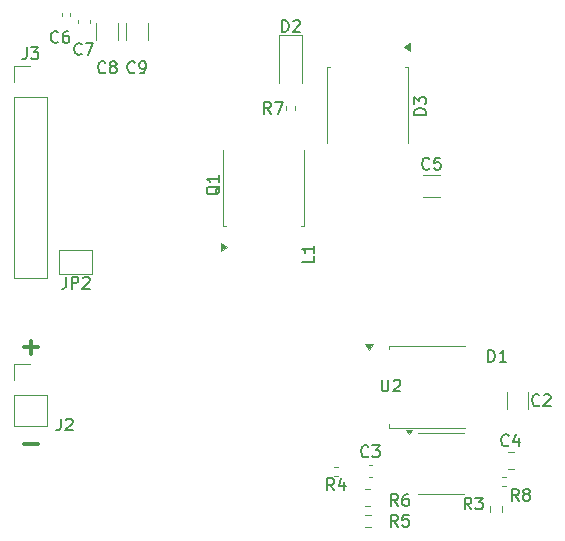
<source format=gto>
G04 #@! TF.GenerationSoftware,KiCad,Pcbnew,9.0.4*
G04 #@! TF.CreationDate,2025-09-01T18:14:39-04:00*
G04 #@! TF.ProjectId,power_supply_hat,706f7765-725f-4737-9570-706c795f6861,rev?*
G04 #@! TF.SameCoordinates,Original*
G04 #@! TF.FileFunction,Legend,Top*
G04 #@! TF.FilePolarity,Positive*
%FSLAX46Y46*%
G04 Gerber Fmt 4.6, Leading zero omitted, Abs format (unit mm)*
G04 Created by KiCad (PCBNEW 9.0.4) date 2025-09-01 18:14:39*
%MOMM*%
%LPD*%
G01*
G04 APERTURE LIST*
%ADD10C,0.300000*%
%ADD11C,0.150000*%
%ADD12C,0.120000*%
G04 APERTURE END LIST*
D10*
X101954510Y-80229400D02*
X103097368Y-80229400D01*
X102525939Y-80800828D02*
X102525939Y-79657971D01*
X101954510Y-88429400D02*
X103097368Y-88429400D01*
D11*
X133608333Y-95404819D02*
X133275000Y-94928628D01*
X133036905Y-95404819D02*
X133036905Y-94404819D01*
X133036905Y-94404819D02*
X133417857Y-94404819D01*
X133417857Y-94404819D02*
X133513095Y-94452438D01*
X133513095Y-94452438D02*
X133560714Y-94500057D01*
X133560714Y-94500057D02*
X133608333Y-94595295D01*
X133608333Y-94595295D02*
X133608333Y-94738152D01*
X133608333Y-94738152D02*
X133560714Y-94833390D01*
X133560714Y-94833390D02*
X133513095Y-94881009D01*
X133513095Y-94881009D02*
X133417857Y-94928628D01*
X133417857Y-94928628D02*
X133036905Y-94928628D01*
X134513095Y-94404819D02*
X134036905Y-94404819D01*
X134036905Y-94404819D02*
X133989286Y-94881009D01*
X133989286Y-94881009D02*
X134036905Y-94833390D01*
X134036905Y-94833390D02*
X134132143Y-94785771D01*
X134132143Y-94785771D02*
X134370238Y-94785771D01*
X134370238Y-94785771D02*
X134465476Y-94833390D01*
X134465476Y-94833390D02*
X134513095Y-94881009D01*
X134513095Y-94881009D02*
X134560714Y-94976247D01*
X134560714Y-94976247D02*
X134560714Y-95214342D01*
X134560714Y-95214342D02*
X134513095Y-95309580D01*
X134513095Y-95309580D02*
X134465476Y-95357200D01*
X134465476Y-95357200D02*
X134370238Y-95404819D01*
X134370238Y-95404819D02*
X134132143Y-95404819D01*
X134132143Y-95404819D02*
X134036905Y-95357200D01*
X134036905Y-95357200D02*
X133989286Y-95309580D01*
X105066666Y-86254819D02*
X105066666Y-86969104D01*
X105066666Y-86969104D02*
X105019047Y-87111961D01*
X105019047Y-87111961D02*
X104923809Y-87207200D01*
X104923809Y-87207200D02*
X104780952Y-87254819D01*
X104780952Y-87254819D02*
X104685714Y-87254819D01*
X105495238Y-86350057D02*
X105542857Y-86302438D01*
X105542857Y-86302438D02*
X105638095Y-86254819D01*
X105638095Y-86254819D02*
X105876190Y-86254819D01*
X105876190Y-86254819D02*
X105971428Y-86302438D01*
X105971428Y-86302438D02*
X106019047Y-86350057D01*
X106019047Y-86350057D02*
X106066666Y-86445295D01*
X106066666Y-86445295D02*
X106066666Y-86540533D01*
X106066666Y-86540533D02*
X106019047Y-86683390D01*
X106019047Y-86683390D02*
X105447619Y-87254819D01*
X105447619Y-87254819D02*
X106066666Y-87254819D01*
X104833333Y-54359580D02*
X104785714Y-54407200D01*
X104785714Y-54407200D02*
X104642857Y-54454819D01*
X104642857Y-54454819D02*
X104547619Y-54454819D01*
X104547619Y-54454819D02*
X104404762Y-54407200D01*
X104404762Y-54407200D02*
X104309524Y-54311961D01*
X104309524Y-54311961D02*
X104261905Y-54216723D01*
X104261905Y-54216723D02*
X104214286Y-54026247D01*
X104214286Y-54026247D02*
X104214286Y-53883390D01*
X104214286Y-53883390D02*
X104261905Y-53692914D01*
X104261905Y-53692914D02*
X104309524Y-53597676D01*
X104309524Y-53597676D02*
X104404762Y-53502438D01*
X104404762Y-53502438D02*
X104547619Y-53454819D01*
X104547619Y-53454819D02*
X104642857Y-53454819D01*
X104642857Y-53454819D02*
X104785714Y-53502438D01*
X104785714Y-53502438D02*
X104833333Y-53550057D01*
X105690476Y-53454819D02*
X105500000Y-53454819D01*
X105500000Y-53454819D02*
X105404762Y-53502438D01*
X105404762Y-53502438D02*
X105357143Y-53550057D01*
X105357143Y-53550057D02*
X105261905Y-53692914D01*
X105261905Y-53692914D02*
X105214286Y-53883390D01*
X105214286Y-53883390D02*
X105214286Y-54264342D01*
X105214286Y-54264342D02*
X105261905Y-54359580D01*
X105261905Y-54359580D02*
X105309524Y-54407200D01*
X105309524Y-54407200D02*
X105404762Y-54454819D01*
X105404762Y-54454819D02*
X105595238Y-54454819D01*
X105595238Y-54454819D02*
X105690476Y-54407200D01*
X105690476Y-54407200D02*
X105738095Y-54359580D01*
X105738095Y-54359580D02*
X105785714Y-54264342D01*
X105785714Y-54264342D02*
X105785714Y-54026247D01*
X105785714Y-54026247D02*
X105738095Y-53931009D01*
X105738095Y-53931009D02*
X105690476Y-53883390D01*
X105690476Y-53883390D02*
X105595238Y-53835771D01*
X105595238Y-53835771D02*
X105404762Y-53835771D01*
X105404762Y-53835771D02*
X105309524Y-53883390D01*
X105309524Y-53883390D02*
X105261905Y-53931009D01*
X105261905Y-53931009D02*
X105214286Y-54026247D01*
X143840833Y-93229819D02*
X143507500Y-92753628D01*
X143269405Y-93229819D02*
X143269405Y-92229819D01*
X143269405Y-92229819D02*
X143650357Y-92229819D01*
X143650357Y-92229819D02*
X143745595Y-92277438D01*
X143745595Y-92277438D02*
X143793214Y-92325057D01*
X143793214Y-92325057D02*
X143840833Y-92420295D01*
X143840833Y-92420295D02*
X143840833Y-92563152D01*
X143840833Y-92563152D02*
X143793214Y-92658390D01*
X143793214Y-92658390D02*
X143745595Y-92706009D01*
X143745595Y-92706009D02*
X143650357Y-92753628D01*
X143650357Y-92753628D02*
X143269405Y-92753628D01*
X144412262Y-92658390D02*
X144317024Y-92610771D01*
X144317024Y-92610771D02*
X144269405Y-92563152D01*
X144269405Y-92563152D02*
X144221786Y-92467914D01*
X144221786Y-92467914D02*
X144221786Y-92420295D01*
X144221786Y-92420295D02*
X144269405Y-92325057D01*
X144269405Y-92325057D02*
X144317024Y-92277438D01*
X144317024Y-92277438D02*
X144412262Y-92229819D01*
X144412262Y-92229819D02*
X144602738Y-92229819D01*
X144602738Y-92229819D02*
X144697976Y-92277438D01*
X144697976Y-92277438D02*
X144745595Y-92325057D01*
X144745595Y-92325057D02*
X144793214Y-92420295D01*
X144793214Y-92420295D02*
X144793214Y-92467914D01*
X144793214Y-92467914D02*
X144745595Y-92563152D01*
X144745595Y-92563152D02*
X144697976Y-92610771D01*
X144697976Y-92610771D02*
X144602738Y-92658390D01*
X144602738Y-92658390D02*
X144412262Y-92658390D01*
X144412262Y-92658390D02*
X144317024Y-92706009D01*
X144317024Y-92706009D02*
X144269405Y-92753628D01*
X144269405Y-92753628D02*
X144221786Y-92848866D01*
X144221786Y-92848866D02*
X144221786Y-93039342D01*
X144221786Y-93039342D02*
X144269405Y-93134580D01*
X144269405Y-93134580D02*
X144317024Y-93182200D01*
X144317024Y-93182200D02*
X144412262Y-93229819D01*
X144412262Y-93229819D02*
X144602738Y-93229819D01*
X144602738Y-93229819D02*
X144697976Y-93182200D01*
X144697976Y-93182200D02*
X144745595Y-93134580D01*
X144745595Y-93134580D02*
X144793214Y-93039342D01*
X144793214Y-93039342D02*
X144793214Y-92848866D01*
X144793214Y-92848866D02*
X144745595Y-92753628D01*
X144745595Y-92753628D02*
X144697976Y-92706009D01*
X144697976Y-92706009D02*
X144602738Y-92658390D01*
X108833333Y-56922080D02*
X108785714Y-56969700D01*
X108785714Y-56969700D02*
X108642857Y-57017319D01*
X108642857Y-57017319D02*
X108547619Y-57017319D01*
X108547619Y-57017319D02*
X108404762Y-56969700D01*
X108404762Y-56969700D02*
X108309524Y-56874461D01*
X108309524Y-56874461D02*
X108261905Y-56779223D01*
X108261905Y-56779223D02*
X108214286Y-56588747D01*
X108214286Y-56588747D02*
X108214286Y-56445890D01*
X108214286Y-56445890D02*
X108261905Y-56255414D01*
X108261905Y-56255414D02*
X108309524Y-56160176D01*
X108309524Y-56160176D02*
X108404762Y-56064938D01*
X108404762Y-56064938D02*
X108547619Y-56017319D01*
X108547619Y-56017319D02*
X108642857Y-56017319D01*
X108642857Y-56017319D02*
X108785714Y-56064938D01*
X108785714Y-56064938D02*
X108833333Y-56112557D01*
X109404762Y-56445890D02*
X109309524Y-56398271D01*
X109309524Y-56398271D02*
X109261905Y-56350652D01*
X109261905Y-56350652D02*
X109214286Y-56255414D01*
X109214286Y-56255414D02*
X109214286Y-56207795D01*
X109214286Y-56207795D02*
X109261905Y-56112557D01*
X109261905Y-56112557D02*
X109309524Y-56064938D01*
X109309524Y-56064938D02*
X109404762Y-56017319D01*
X109404762Y-56017319D02*
X109595238Y-56017319D01*
X109595238Y-56017319D02*
X109690476Y-56064938D01*
X109690476Y-56064938D02*
X109738095Y-56112557D01*
X109738095Y-56112557D02*
X109785714Y-56207795D01*
X109785714Y-56207795D02*
X109785714Y-56255414D01*
X109785714Y-56255414D02*
X109738095Y-56350652D01*
X109738095Y-56350652D02*
X109690476Y-56398271D01*
X109690476Y-56398271D02*
X109595238Y-56445890D01*
X109595238Y-56445890D02*
X109404762Y-56445890D01*
X109404762Y-56445890D02*
X109309524Y-56493509D01*
X109309524Y-56493509D02*
X109261905Y-56541128D01*
X109261905Y-56541128D02*
X109214286Y-56636366D01*
X109214286Y-56636366D02*
X109214286Y-56826842D01*
X109214286Y-56826842D02*
X109261905Y-56922080D01*
X109261905Y-56922080D02*
X109309524Y-56969700D01*
X109309524Y-56969700D02*
X109404762Y-57017319D01*
X109404762Y-57017319D02*
X109595238Y-57017319D01*
X109595238Y-57017319D02*
X109690476Y-56969700D01*
X109690476Y-56969700D02*
X109738095Y-56922080D01*
X109738095Y-56922080D02*
X109785714Y-56826842D01*
X109785714Y-56826842D02*
X109785714Y-56636366D01*
X109785714Y-56636366D02*
X109738095Y-56541128D01*
X109738095Y-56541128D02*
X109690476Y-56493509D01*
X109690476Y-56493509D02*
X109595238Y-56445890D01*
X122858333Y-60432319D02*
X122525000Y-59956128D01*
X122286905Y-60432319D02*
X122286905Y-59432319D01*
X122286905Y-59432319D02*
X122667857Y-59432319D01*
X122667857Y-59432319D02*
X122763095Y-59479938D01*
X122763095Y-59479938D02*
X122810714Y-59527557D01*
X122810714Y-59527557D02*
X122858333Y-59622795D01*
X122858333Y-59622795D02*
X122858333Y-59765652D01*
X122858333Y-59765652D02*
X122810714Y-59860890D01*
X122810714Y-59860890D02*
X122763095Y-59908509D01*
X122763095Y-59908509D02*
X122667857Y-59956128D01*
X122667857Y-59956128D02*
X122286905Y-59956128D01*
X123191667Y-59432319D02*
X123858333Y-59432319D01*
X123858333Y-59432319D02*
X123429762Y-60432319D01*
X142985833Y-88504580D02*
X142938214Y-88552200D01*
X142938214Y-88552200D02*
X142795357Y-88599819D01*
X142795357Y-88599819D02*
X142700119Y-88599819D01*
X142700119Y-88599819D02*
X142557262Y-88552200D01*
X142557262Y-88552200D02*
X142462024Y-88456961D01*
X142462024Y-88456961D02*
X142414405Y-88361723D01*
X142414405Y-88361723D02*
X142366786Y-88171247D01*
X142366786Y-88171247D02*
X142366786Y-88028390D01*
X142366786Y-88028390D02*
X142414405Y-87837914D01*
X142414405Y-87837914D02*
X142462024Y-87742676D01*
X142462024Y-87742676D02*
X142557262Y-87647438D01*
X142557262Y-87647438D02*
X142700119Y-87599819D01*
X142700119Y-87599819D02*
X142795357Y-87599819D01*
X142795357Y-87599819D02*
X142938214Y-87647438D01*
X142938214Y-87647438D02*
X142985833Y-87695057D01*
X143842976Y-87933152D02*
X143842976Y-88599819D01*
X143604881Y-87552200D02*
X143366786Y-88266485D01*
X143366786Y-88266485D02*
X143985833Y-88266485D01*
X141261905Y-81454819D02*
X141261905Y-80454819D01*
X141261905Y-80454819D02*
X141500000Y-80454819D01*
X141500000Y-80454819D02*
X141642857Y-80502438D01*
X141642857Y-80502438D02*
X141738095Y-80597676D01*
X141738095Y-80597676D02*
X141785714Y-80692914D01*
X141785714Y-80692914D02*
X141833333Y-80883390D01*
X141833333Y-80883390D02*
X141833333Y-81026247D01*
X141833333Y-81026247D02*
X141785714Y-81216723D01*
X141785714Y-81216723D02*
X141738095Y-81311961D01*
X141738095Y-81311961D02*
X141642857Y-81407200D01*
X141642857Y-81407200D02*
X141500000Y-81454819D01*
X141500000Y-81454819D02*
X141261905Y-81454819D01*
X142785714Y-81454819D02*
X142214286Y-81454819D01*
X142500000Y-81454819D02*
X142500000Y-80454819D01*
X142500000Y-80454819D02*
X142404762Y-80597676D01*
X142404762Y-80597676D02*
X142309524Y-80692914D01*
X142309524Y-80692914D02*
X142214286Y-80740533D01*
X123786905Y-53529819D02*
X123786905Y-52529819D01*
X123786905Y-52529819D02*
X124025000Y-52529819D01*
X124025000Y-52529819D02*
X124167857Y-52577438D01*
X124167857Y-52577438D02*
X124263095Y-52672676D01*
X124263095Y-52672676D02*
X124310714Y-52767914D01*
X124310714Y-52767914D02*
X124358333Y-52958390D01*
X124358333Y-52958390D02*
X124358333Y-53101247D01*
X124358333Y-53101247D02*
X124310714Y-53291723D01*
X124310714Y-53291723D02*
X124263095Y-53386961D01*
X124263095Y-53386961D02*
X124167857Y-53482200D01*
X124167857Y-53482200D02*
X124025000Y-53529819D01*
X124025000Y-53529819D02*
X123786905Y-53529819D01*
X124739286Y-52625057D02*
X124786905Y-52577438D01*
X124786905Y-52577438D02*
X124882143Y-52529819D01*
X124882143Y-52529819D02*
X125120238Y-52529819D01*
X125120238Y-52529819D02*
X125215476Y-52577438D01*
X125215476Y-52577438D02*
X125263095Y-52625057D01*
X125263095Y-52625057D02*
X125310714Y-52720295D01*
X125310714Y-52720295D02*
X125310714Y-52815533D01*
X125310714Y-52815533D02*
X125263095Y-52958390D01*
X125263095Y-52958390D02*
X124691667Y-53529819D01*
X124691667Y-53529819D02*
X125310714Y-53529819D01*
X131108333Y-89434580D02*
X131060714Y-89482200D01*
X131060714Y-89482200D02*
X130917857Y-89529819D01*
X130917857Y-89529819D02*
X130822619Y-89529819D01*
X130822619Y-89529819D02*
X130679762Y-89482200D01*
X130679762Y-89482200D02*
X130584524Y-89386961D01*
X130584524Y-89386961D02*
X130536905Y-89291723D01*
X130536905Y-89291723D02*
X130489286Y-89101247D01*
X130489286Y-89101247D02*
X130489286Y-88958390D01*
X130489286Y-88958390D02*
X130536905Y-88767914D01*
X130536905Y-88767914D02*
X130584524Y-88672676D01*
X130584524Y-88672676D02*
X130679762Y-88577438D01*
X130679762Y-88577438D02*
X130822619Y-88529819D01*
X130822619Y-88529819D02*
X130917857Y-88529819D01*
X130917857Y-88529819D02*
X131060714Y-88577438D01*
X131060714Y-88577438D02*
X131108333Y-88625057D01*
X131441667Y-88529819D02*
X132060714Y-88529819D01*
X132060714Y-88529819D02*
X131727381Y-88910771D01*
X131727381Y-88910771D02*
X131870238Y-88910771D01*
X131870238Y-88910771D02*
X131965476Y-88958390D01*
X131965476Y-88958390D02*
X132013095Y-89006009D01*
X132013095Y-89006009D02*
X132060714Y-89101247D01*
X132060714Y-89101247D02*
X132060714Y-89339342D01*
X132060714Y-89339342D02*
X132013095Y-89434580D01*
X132013095Y-89434580D02*
X131965476Y-89482200D01*
X131965476Y-89482200D02*
X131870238Y-89529819D01*
X131870238Y-89529819D02*
X131584524Y-89529819D01*
X131584524Y-89529819D02*
X131489286Y-89482200D01*
X131489286Y-89482200D02*
X131441667Y-89434580D01*
X126479819Y-72491666D02*
X126479819Y-72967856D01*
X126479819Y-72967856D02*
X125479819Y-72967856D01*
X126479819Y-71634523D02*
X126479819Y-72205951D01*
X126479819Y-71920237D02*
X125479819Y-71920237D01*
X125479819Y-71920237D02*
X125622676Y-72015475D01*
X125622676Y-72015475D02*
X125717914Y-72110713D01*
X125717914Y-72110713D02*
X125765533Y-72205951D01*
X106833333Y-55359580D02*
X106785714Y-55407200D01*
X106785714Y-55407200D02*
X106642857Y-55454819D01*
X106642857Y-55454819D02*
X106547619Y-55454819D01*
X106547619Y-55454819D02*
X106404762Y-55407200D01*
X106404762Y-55407200D02*
X106309524Y-55311961D01*
X106309524Y-55311961D02*
X106261905Y-55216723D01*
X106261905Y-55216723D02*
X106214286Y-55026247D01*
X106214286Y-55026247D02*
X106214286Y-54883390D01*
X106214286Y-54883390D02*
X106261905Y-54692914D01*
X106261905Y-54692914D02*
X106309524Y-54597676D01*
X106309524Y-54597676D02*
X106404762Y-54502438D01*
X106404762Y-54502438D02*
X106547619Y-54454819D01*
X106547619Y-54454819D02*
X106642857Y-54454819D01*
X106642857Y-54454819D02*
X106785714Y-54502438D01*
X106785714Y-54502438D02*
X106833333Y-54550057D01*
X107166667Y-54454819D02*
X107833333Y-54454819D01*
X107833333Y-54454819D02*
X107404762Y-55454819D01*
X135979819Y-60553094D02*
X134979819Y-60553094D01*
X134979819Y-60553094D02*
X134979819Y-60314999D01*
X134979819Y-60314999D02*
X135027438Y-60172142D01*
X135027438Y-60172142D02*
X135122676Y-60076904D01*
X135122676Y-60076904D02*
X135217914Y-60029285D01*
X135217914Y-60029285D02*
X135408390Y-59981666D01*
X135408390Y-59981666D02*
X135551247Y-59981666D01*
X135551247Y-59981666D02*
X135741723Y-60029285D01*
X135741723Y-60029285D02*
X135836961Y-60076904D01*
X135836961Y-60076904D02*
X135932200Y-60172142D01*
X135932200Y-60172142D02*
X135979819Y-60314999D01*
X135979819Y-60314999D02*
X135979819Y-60553094D01*
X134979819Y-59648332D02*
X134979819Y-59029285D01*
X134979819Y-59029285D02*
X135360771Y-59362618D01*
X135360771Y-59362618D02*
X135360771Y-59219761D01*
X135360771Y-59219761D02*
X135408390Y-59124523D01*
X135408390Y-59124523D02*
X135456009Y-59076904D01*
X135456009Y-59076904D02*
X135551247Y-59029285D01*
X135551247Y-59029285D02*
X135789342Y-59029285D01*
X135789342Y-59029285D02*
X135884580Y-59076904D01*
X135884580Y-59076904D02*
X135932200Y-59124523D01*
X135932200Y-59124523D02*
X135979819Y-59219761D01*
X135979819Y-59219761D02*
X135979819Y-59505475D01*
X135979819Y-59505475D02*
X135932200Y-59600713D01*
X135932200Y-59600713D02*
X135884580Y-59648332D01*
X118525057Y-66570238D02*
X118477438Y-66665476D01*
X118477438Y-66665476D02*
X118382200Y-66760714D01*
X118382200Y-66760714D02*
X118239342Y-66903571D01*
X118239342Y-66903571D02*
X118191723Y-66998809D01*
X118191723Y-66998809D02*
X118191723Y-67094047D01*
X118429819Y-67046428D02*
X118382200Y-67141666D01*
X118382200Y-67141666D02*
X118286961Y-67236904D01*
X118286961Y-67236904D02*
X118096485Y-67284523D01*
X118096485Y-67284523D02*
X117763152Y-67284523D01*
X117763152Y-67284523D02*
X117572676Y-67236904D01*
X117572676Y-67236904D02*
X117477438Y-67141666D01*
X117477438Y-67141666D02*
X117429819Y-67046428D01*
X117429819Y-67046428D02*
X117429819Y-66855952D01*
X117429819Y-66855952D02*
X117477438Y-66760714D01*
X117477438Y-66760714D02*
X117572676Y-66665476D01*
X117572676Y-66665476D02*
X117763152Y-66617857D01*
X117763152Y-66617857D02*
X118096485Y-66617857D01*
X118096485Y-66617857D02*
X118286961Y-66665476D01*
X118286961Y-66665476D02*
X118382200Y-66760714D01*
X118382200Y-66760714D02*
X118429819Y-66855952D01*
X118429819Y-66855952D02*
X118429819Y-67046428D01*
X118429819Y-65665476D02*
X118429819Y-66236904D01*
X118429819Y-65951190D02*
X117429819Y-65951190D01*
X117429819Y-65951190D02*
X117572676Y-66046428D01*
X117572676Y-66046428D02*
X117667914Y-66141666D01*
X117667914Y-66141666D02*
X117715533Y-66236904D01*
X105516666Y-74254819D02*
X105516666Y-74969104D01*
X105516666Y-74969104D02*
X105469047Y-75111961D01*
X105469047Y-75111961D02*
X105373809Y-75207200D01*
X105373809Y-75207200D02*
X105230952Y-75254819D01*
X105230952Y-75254819D02*
X105135714Y-75254819D01*
X105992857Y-75254819D02*
X105992857Y-74254819D01*
X105992857Y-74254819D02*
X106373809Y-74254819D01*
X106373809Y-74254819D02*
X106469047Y-74302438D01*
X106469047Y-74302438D02*
X106516666Y-74350057D01*
X106516666Y-74350057D02*
X106564285Y-74445295D01*
X106564285Y-74445295D02*
X106564285Y-74588152D01*
X106564285Y-74588152D02*
X106516666Y-74683390D01*
X106516666Y-74683390D02*
X106469047Y-74731009D01*
X106469047Y-74731009D02*
X106373809Y-74778628D01*
X106373809Y-74778628D02*
X105992857Y-74778628D01*
X106945238Y-74350057D02*
X106992857Y-74302438D01*
X106992857Y-74302438D02*
X107088095Y-74254819D01*
X107088095Y-74254819D02*
X107326190Y-74254819D01*
X107326190Y-74254819D02*
X107421428Y-74302438D01*
X107421428Y-74302438D02*
X107469047Y-74350057D01*
X107469047Y-74350057D02*
X107516666Y-74445295D01*
X107516666Y-74445295D02*
X107516666Y-74540533D01*
X107516666Y-74540533D02*
X107469047Y-74683390D01*
X107469047Y-74683390D02*
X106897619Y-75254819D01*
X106897619Y-75254819D02*
X107516666Y-75254819D01*
X102166666Y-54834819D02*
X102166666Y-55549104D01*
X102166666Y-55549104D02*
X102119047Y-55691961D01*
X102119047Y-55691961D02*
X102023809Y-55787200D01*
X102023809Y-55787200D02*
X101880952Y-55834819D01*
X101880952Y-55834819D02*
X101785714Y-55834819D01*
X102547619Y-54834819D02*
X103166666Y-54834819D01*
X103166666Y-54834819D02*
X102833333Y-55215771D01*
X102833333Y-55215771D02*
X102976190Y-55215771D01*
X102976190Y-55215771D02*
X103071428Y-55263390D01*
X103071428Y-55263390D02*
X103119047Y-55311009D01*
X103119047Y-55311009D02*
X103166666Y-55406247D01*
X103166666Y-55406247D02*
X103166666Y-55644342D01*
X103166666Y-55644342D02*
X103119047Y-55739580D01*
X103119047Y-55739580D02*
X103071428Y-55787200D01*
X103071428Y-55787200D02*
X102976190Y-55834819D01*
X102976190Y-55834819D02*
X102690476Y-55834819D01*
X102690476Y-55834819D02*
X102595238Y-55787200D01*
X102595238Y-55787200D02*
X102547619Y-55739580D01*
X128205833Y-92324819D02*
X127872500Y-91848628D01*
X127634405Y-92324819D02*
X127634405Y-91324819D01*
X127634405Y-91324819D02*
X128015357Y-91324819D01*
X128015357Y-91324819D02*
X128110595Y-91372438D01*
X128110595Y-91372438D02*
X128158214Y-91420057D01*
X128158214Y-91420057D02*
X128205833Y-91515295D01*
X128205833Y-91515295D02*
X128205833Y-91658152D01*
X128205833Y-91658152D02*
X128158214Y-91753390D01*
X128158214Y-91753390D02*
X128110595Y-91801009D01*
X128110595Y-91801009D02*
X128015357Y-91848628D01*
X128015357Y-91848628D02*
X127634405Y-91848628D01*
X129062976Y-91658152D02*
X129062976Y-92324819D01*
X128824881Y-91277200D02*
X128586786Y-91991485D01*
X128586786Y-91991485D02*
X129205833Y-91991485D01*
X133608333Y-93654819D02*
X133275000Y-93178628D01*
X133036905Y-93654819D02*
X133036905Y-92654819D01*
X133036905Y-92654819D02*
X133417857Y-92654819D01*
X133417857Y-92654819D02*
X133513095Y-92702438D01*
X133513095Y-92702438D02*
X133560714Y-92750057D01*
X133560714Y-92750057D02*
X133608333Y-92845295D01*
X133608333Y-92845295D02*
X133608333Y-92988152D01*
X133608333Y-92988152D02*
X133560714Y-93083390D01*
X133560714Y-93083390D02*
X133513095Y-93131009D01*
X133513095Y-93131009D02*
X133417857Y-93178628D01*
X133417857Y-93178628D02*
X133036905Y-93178628D01*
X134465476Y-92654819D02*
X134275000Y-92654819D01*
X134275000Y-92654819D02*
X134179762Y-92702438D01*
X134179762Y-92702438D02*
X134132143Y-92750057D01*
X134132143Y-92750057D02*
X134036905Y-92892914D01*
X134036905Y-92892914D02*
X133989286Y-93083390D01*
X133989286Y-93083390D02*
X133989286Y-93464342D01*
X133989286Y-93464342D02*
X134036905Y-93559580D01*
X134036905Y-93559580D02*
X134084524Y-93607200D01*
X134084524Y-93607200D02*
X134179762Y-93654819D01*
X134179762Y-93654819D02*
X134370238Y-93654819D01*
X134370238Y-93654819D02*
X134465476Y-93607200D01*
X134465476Y-93607200D02*
X134513095Y-93559580D01*
X134513095Y-93559580D02*
X134560714Y-93464342D01*
X134560714Y-93464342D02*
X134560714Y-93226247D01*
X134560714Y-93226247D02*
X134513095Y-93131009D01*
X134513095Y-93131009D02*
X134465476Y-93083390D01*
X134465476Y-93083390D02*
X134370238Y-93035771D01*
X134370238Y-93035771D02*
X134179762Y-93035771D01*
X134179762Y-93035771D02*
X134084524Y-93083390D01*
X134084524Y-93083390D02*
X134036905Y-93131009D01*
X134036905Y-93131009D02*
X133989286Y-93226247D01*
X136283333Y-65084580D02*
X136235714Y-65132200D01*
X136235714Y-65132200D02*
X136092857Y-65179819D01*
X136092857Y-65179819D02*
X135997619Y-65179819D01*
X135997619Y-65179819D02*
X135854762Y-65132200D01*
X135854762Y-65132200D02*
X135759524Y-65036961D01*
X135759524Y-65036961D02*
X135711905Y-64941723D01*
X135711905Y-64941723D02*
X135664286Y-64751247D01*
X135664286Y-64751247D02*
X135664286Y-64608390D01*
X135664286Y-64608390D02*
X135711905Y-64417914D01*
X135711905Y-64417914D02*
X135759524Y-64322676D01*
X135759524Y-64322676D02*
X135854762Y-64227438D01*
X135854762Y-64227438D02*
X135997619Y-64179819D01*
X135997619Y-64179819D02*
X136092857Y-64179819D01*
X136092857Y-64179819D02*
X136235714Y-64227438D01*
X136235714Y-64227438D02*
X136283333Y-64275057D01*
X137188095Y-64179819D02*
X136711905Y-64179819D01*
X136711905Y-64179819D02*
X136664286Y-64656009D01*
X136664286Y-64656009D02*
X136711905Y-64608390D01*
X136711905Y-64608390D02*
X136807143Y-64560771D01*
X136807143Y-64560771D02*
X137045238Y-64560771D01*
X137045238Y-64560771D02*
X137140476Y-64608390D01*
X137140476Y-64608390D02*
X137188095Y-64656009D01*
X137188095Y-64656009D02*
X137235714Y-64751247D01*
X137235714Y-64751247D02*
X137235714Y-64989342D01*
X137235714Y-64989342D02*
X137188095Y-65084580D01*
X137188095Y-65084580D02*
X137140476Y-65132200D01*
X137140476Y-65132200D02*
X137045238Y-65179819D01*
X137045238Y-65179819D02*
X136807143Y-65179819D01*
X136807143Y-65179819D02*
X136711905Y-65132200D01*
X136711905Y-65132200D02*
X136664286Y-65084580D01*
X111333333Y-56922080D02*
X111285714Y-56969700D01*
X111285714Y-56969700D02*
X111142857Y-57017319D01*
X111142857Y-57017319D02*
X111047619Y-57017319D01*
X111047619Y-57017319D02*
X110904762Y-56969700D01*
X110904762Y-56969700D02*
X110809524Y-56874461D01*
X110809524Y-56874461D02*
X110761905Y-56779223D01*
X110761905Y-56779223D02*
X110714286Y-56588747D01*
X110714286Y-56588747D02*
X110714286Y-56445890D01*
X110714286Y-56445890D02*
X110761905Y-56255414D01*
X110761905Y-56255414D02*
X110809524Y-56160176D01*
X110809524Y-56160176D02*
X110904762Y-56064938D01*
X110904762Y-56064938D02*
X111047619Y-56017319D01*
X111047619Y-56017319D02*
X111142857Y-56017319D01*
X111142857Y-56017319D02*
X111285714Y-56064938D01*
X111285714Y-56064938D02*
X111333333Y-56112557D01*
X111809524Y-57017319D02*
X112000000Y-57017319D01*
X112000000Y-57017319D02*
X112095238Y-56969700D01*
X112095238Y-56969700D02*
X112142857Y-56922080D01*
X112142857Y-56922080D02*
X112238095Y-56779223D01*
X112238095Y-56779223D02*
X112285714Y-56588747D01*
X112285714Y-56588747D02*
X112285714Y-56207795D01*
X112285714Y-56207795D02*
X112238095Y-56112557D01*
X112238095Y-56112557D02*
X112190476Y-56064938D01*
X112190476Y-56064938D02*
X112095238Y-56017319D01*
X112095238Y-56017319D02*
X111904762Y-56017319D01*
X111904762Y-56017319D02*
X111809524Y-56064938D01*
X111809524Y-56064938D02*
X111761905Y-56112557D01*
X111761905Y-56112557D02*
X111714286Y-56207795D01*
X111714286Y-56207795D02*
X111714286Y-56445890D01*
X111714286Y-56445890D02*
X111761905Y-56541128D01*
X111761905Y-56541128D02*
X111809524Y-56588747D01*
X111809524Y-56588747D02*
X111904762Y-56636366D01*
X111904762Y-56636366D02*
X112095238Y-56636366D01*
X112095238Y-56636366D02*
X112190476Y-56588747D01*
X112190476Y-56588747D02*
X112238095Y-56541128D01*
X112238095Y-56541128D02*
X112285714Y-56445890D01*
X132238095Y-82954819D02*
X132238095Y-83764342D01*
X132238095Y-83764342D02*
X132285714Y-83859580D01*
X132285714Y-83859580D02*
X132333333Y-83907200D01*
X132333333Y-83907200D02*
X132428571Y-83954819D01*
X132428571Y-83954819D02*
X132619047Y-83954819D01*
X132619047Y-83954819D02*
X132714285Y-83907200D01*
X132714285Y-83907200D02*
X132761904Y-83859580D01*
X132761904Y-83859580D02*
X132809523Y-83764342D01*
X132809523Y-83764342D02*
X132809523Y-82954819D01*
X133238095Y-83050057D02*
X133285714Y-83002438D01*
X133285714Y-83002438D02*
X133380952Y-82954819D01*
X133380952Y-82954819D02*
X133619047Y-82954819D01*
X133619047Y-82954819D02*
X133714285Y-83002438D01*
X133714285Y-83002438D02*
X133761904Y-83050057D01*
X133761904Y-83050057D02*
X133809523Y-83145295D01*
X133809523Y-83145295D02*
X133809523Y-83240533D01*
X133809523Y-83240533D02*
X133761904Y-83383390D01*
X133761904Y-83383390D02*
X133190476Y-83954819D01*
X133190476Y-83954819D02*
X133809523Y-83954819D01*
X145583333Y-85109580D02*
X145535714Y-85157200D01*
X145535714Y-85157200D02*
X145392857Y-85204819D01*
X145392857Y-85204819D02*
X145297619Y-85204819D01*
X145297619Y-85204819D02*
X145154762Y-85157200D01*
X145154762Y-85157200D02*
X145059524Y-85061961D01*
X145059524Y-85061961D02*
X145011905Y-84966723D01*
X145011905Y-84966723D02*
X144964286Y-84776247D01*
X144964286Y-84776247D02*
X144964286Y-84633390D01*
X144964286Y-84633390D02*
X145011905Y-84442914D01*
X145011905Y-84442914D02*
X145059524Y-84347676D01*
X145059524Y-84347676D02*
X145154762Y-84252438D01*
X145154762Y-84252438D02*
X145297619Y-84204819D01*
X145297619Y-84204819D02*
X145392857Y-84204819D01*
X145392857Y-84204819D02*
X145535714Y-84252438D01*
X145535714Y-84252438D02*
X145583333Y-84300057D01*
X145964286Y-84300057D02*
X146011905Y-84252438D01*
X146011905Y-84252438D02*
X146107143Y-84204819D01*
X146107143Y-84204819D02*
X146345238Y-84204819D01*
X146345238Y-84204819D02*
X146440476Y-84252438D01*
X146440476Y-84252438D02*
X146488095Y-84300057D01*
X146488095Y-84300057D02*
X146535714Y-84395295D01*
X146535714Y-84395295D02*
X146535714Y-84490533D01*
X146535714Y-84490533D02*
X146488095Y-84633390D01*
X146488095Y-84633390D02*
X145916667Y-85204819D01*
X145916667Y-85204819D02*
X146535714Y-85204819D01*
X139833333Y-93954819D02*
X139500000Y-93478628D01*
X139261905Y-93954819D02*
X139261905Y-92954819D01*
X139261905Y-92954819D02*
X139642857Y-92954819D01*
X139642857Y-92954819D02*
X139738095Y-93002438D01*
X139738095Y-93002438D02*
X139785714Y-93050057D01*
X139785714Y-93050057D02*
X139833333Y-93145295D01*
X139833333Y-93145295D02*
X139833333Y-93288152D01*
X139833333Y-93288152D02*
X139785714Y-93383390D01*
X139785714Y-93383390D02*
X139738095Y-93431009D01*
X139738095Y-93431009D02*
X139642857Y-93478628D01*
X139642857Y-93478628D02*
X139261905Y-93478628D01*
X140166667Y-92954819D02*
X140785714Y-92954819D01*
X140785714Y-92954819D02*
X140452381Y-93335771D01*
X140452381Y-93335771D02*
X140595238Y-93335771D01*
X140595238Y-93335771D02*
X140690476Y-93383390D01*
X140690476Y-93383390D02*
X140738095Y-93431009D01*
X140738095Y-93431009D02*
X140785714Y-93526247D01*
X140785714Y-93526247D02*
X140785714Y-93764342D01*
X140785714Y-93764342D02*
X140738095Y-93859580D01*
X140738095Y-93859580D02*
X140690476Y-93907200D01*
X140690476Y-93907200D02*
X140595238Y-93954819D01*
X140595238Y-93954819D02*
X140309524Y-93954819D01*
X140309524Y-93954819D02*
X140214286Y-93907200D01*
X140214286Y-93907200D02*
X140166667Y-93859580D01*
D12*
X130857776Y-94427500D02*
X131367224Y-94427500D01*
X130857776Y-95472500D02*
X131367224Y-95472500D01*
X101120000Y-81620000D02*
X102500000Y-81620000D01*
X101120000Y-83000000D02*
X101120000Y-81620000D01*
X101120000Y-84270000D02*
X101120000Y-86920000D01*
X101120000Y-84270000D02*
X103880000Y-84270000D01*
X101120000Y-86920000D02*
X103880000Y-86920000D01*
X103880000Y-84270000D02*
X103880000Y-86920000D01*
X105140000Y-51954165D02*
X105140000Y-52185835D01*
X105860000Y-51954165D02*
X105860000Y-52185835D01*
X142767621Y-91220000D02*
X142432379Y-91220000D01*
X142767621Y-91980000D02*
X142432379Y-91980000D01*
X108090000Y-52788748D02*
X108090000Y-54211252D01*
X109910000Y-52788748D02*
X109910000Y-54211252D01*
X124145000Y-59809879D02*
X124145000Y-60145121D01*
X124905000Y-59809879D02*
X124905000Y-60145121D01*
X142891248Y-89090000D02*
X143413752Y-89090000D01*
X142891248Y-90560000D02*
X143413752Y-90560000D01*
X132880000Y-80125000D02*
X132880000Y-80395000D01*
X132880000Y-87025000D02*
X132880000Y-86755000D01*
X139300000Y-80125000D02*
X132880000Y-80125000D01*
X139300000Y-87025000D02*
X132880000Y-87025000D01*
X131150000Y-80435000D02*
X130810000Y-79965000D01*
X131490000Y-79965000D01*
X131150000Y-80435000D01*
G36*
X131150000Y-80435000D02*
G01*
X130810000Y-79965000D01*
X131490000Y-79965000D01*
X131150000Y-80435000D01*
G37*
X123525000Y-53815000D02*
X123525000Y-57825000D01*
X125525000Y-53815000D02*
X123525000Y-53815000D01*
X125525000Y-53815000D02*
X125525000Y-57825000D01*
X131421267Y-90190000D02*
X131128733Y-90190000D01*
X131421267Y-91210000D02*
X131128733Y-91210000D01*
X106490000Y-52491233D02*
X106490000Y-52783767D01*
X107510000Y-52491233D02*
X107510000Y-52783767D01*
X127575000Y-56505000D02*
X127845000Y-56505000D01*
X127575000Y-62925000D02*
X127575000Y-56505000D01*
X134475000Y-56505000D02*
X134205000Y-56505000D01*
X134475000Y-62925000D02*
X134475000Y-56505000D01*
X134635000Y-55115000D02*
X134165000Y-54775000D01*
X134635000Y-54435000D01*
X134635000Y-55115000D01*
G36*
X134635000Y-55115000D02*
G01*
X134165000Y-54775000D01*
X134635000Y-54435000D01*
X134635000Y-55115000D01*
G37*
X118800000Y-63550000D02*
X118800000Y-69970000D01*
X118800000Y-69970000D02*
X119070000Y-69970000D01*
X125700000Y-63550000D02*
X125700000Y-69970000D01*
X125700000Y-69970000D02*
X125430000Y-69970000D01*
X119110000Y-71700000D02*
X118640000Y-72040000D01*
X118640000Y-71360000D01*
X119110000Y-71700000D01*
G36*
X119110000Y-71700000D02*
G01*
X118640000Y-72040000D01*
X118640000Y-71360000D01*
X119110000Y-71700000D01*
G37*
X104950000Y-72000000D02*
X107750000Y-72000000D01*
X104950000Y-74000000D02*
X104950000Y-72000000D01*
X107750000Y-72000000D02*
X107750000Y-74000000D01*
X107750000Y-74000000D02*
X104950000Y-74000000D01*
X101120000Y-56380000D02*
X102500000Y-56380000D01*
X101120000Y-57760000D02*
X101120000Y-56380000D01*
X101120000Y-59030000D02*
X101120000Y-74380000D01*
X101120000Y-59030000D02*
X103880000Y-59030000D01*
X101120000Y-74380000D02*
X103880000Y-74380000D01*
X103880000Y-59030000D02*
X103880000Y-74380000D01*
X128540121Y-90320000D02*
X128204879Y-90320000D01*
X128540121Y-91080000D02*
X128204879Y-91080000D01*
X131252064Y-92215000D02*
X130797936Y-92215000D01*
X131252064Y-93685000D02*
X130797936Y-93685000D01*
X135738748Y-65665000D02*
X137161252Y-65665000D01*
X135738748Y-67485000D02*
X137161252Y-67485000D01*
X110590000Y-52788748D02*
X110590000Y-54211252D01*
X112410000Y-52788748D02*
X112410000Y-54211252D01*
X137225000Y-87490000D02*
X135275000Y-87490000D01*
X137225000Y-87490000D02*
X139175000Y-87490000D01*
X137225000Y-92610000D02*
X135275000Y-92610000D01*
X137225000Y-92610000D02*
X139175000Y-92610000D01*
X134525000Y-87585000D02*
X134285000Y-87255000D01*
X134765000Y-87255000D01*
X134525000Y-87585000D01*
G36*
X134525000Y-87585000D02*
G01*
X134285000Y-87255000D01*
X134765000Y-87255000D01*
X134525000Y-87585000D01*
G37*
X142840000Y-85461252D02*
X142840000Y-84038748D01*
X144660000Y-85461252D02*
X144660000Y-84038748D01*
X141417500Y-93657776D02*
X141417500Y-94167224D01*
X142462500Y-93657776D02*
X142462500Y-94167224D01*
M02*

</source>
